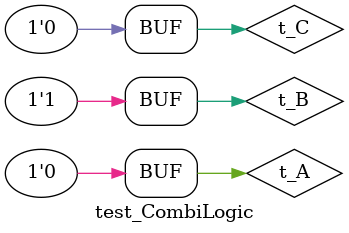
<source format=sv>
`timescale 1ns/1ps
module test_CombiLogic;

logic t_A,t_B,t_C,t_F;
combilog sys(t_A,t_B,t_C,t_F);
initial begin
t_A=0; t_B=0; t_C=0;
#10 t_A = 1;
#10 t_B = 1;
#10 t_C = 1;
#10 t_A = 0;
#10 t_B = 0;
#10 t_A = 1;
#10 t_A = 0; t_B = 1;t_C = 0;
end
initial begin //response monitor
$monitor("t_A = %d t_B = %d t_C = %d t_F = %d",
	 t_A, t_B, t_C, t_F);
end

endmodule
</source>
